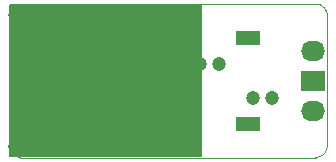
<source format=gbs>
G04 #@! TF.FileFunction,Soldermask,Bot*
%FSLAX46Y46*%
G04 Gerber Fmt 4.6, Leading zero omitted, Abs format (unit mm)*
G04 Created by KiCad (PCBNEW (2015-07-01 BZR 5850)-product) date Thu Aug 27 19:34:36 2015*
%MOMM*%
G01*
G04 APERTURE LIST*
%ADD10C,0.050000*%
%ADD11C,0.100000*%
%ADD12C,1.200000*%
%ADD13O,2.032000X1.727200*%
%ADD14R,2.032000X1.727200*%
%ADD15R,2.150000X1.150000*%
%ADD16C,4.500000*%
%ADD17C,0.200000*%
G04 APERTURE END LIST*
D10*
D11*
X28000000Y-37000000D02*
X28000000Y-26000000D01*
X54000000Y-38000000D02*
X29000000Y-38000000D01*
X55000000Y-26000000D02*
X55000000Y-37000000D01*
X29000000Y-25000000D02*
X54000000Y-25000000D01*
X55000000Y-26000000D02*
G75*
G03X54000000Y-25000000I-1000000J0D01*
G01*
X54000000Y-38000000D02*
G75*
G03X55000000Y-37000000I0J1000000D01*
G01*
X28000000Y-37000000D02*
G75*
G03X29000000Y-38000000I1000000J0D01*
G01*
X29000000Y-25000000D02*
G75*
G03X28000000Y-26000000I0J-1000000D01*
G01*
D12*
X33800000Y-34600000D03*
X50300000Y-33000000D03*
X48700000Y-33000000D03*
X36800000Y-29200000D03*
X39300000Y-30800000D03*
X33800000Y-36200000D03*
X39300000Y-29300000D03*
X36800000Y-30800000D03*
X45800000Y-30100000D03*
X44200000Y-30100000D03*
D13*
X53750000Y-34040000D03*
D14*
X53750000Y-31500000D03*
D13*
X53750000Y-28960000D03*
D15*
X48250000Y-35150000D03*
X48250000Y-27850000D03*
D12*
X38000000Y-30000000D03*
D16*
X31000000Y-31500000D03*
D17*
G36*
X44300000Y-37900000D02*
X28100000Y-37900000D01*
X28100000Y-25100000D01*
X44300000Y-25100000D01*
X44300000Y-37900000D01*
X44300000Y-37900000D01*
G37*
X44300000Y-37900000D02*
X28100000Y-37900000D01*
X28100000Y-25100000D01*
X44300000Y-25100000D01*
X44300000Y-37900000D01*
M02*

</source>
